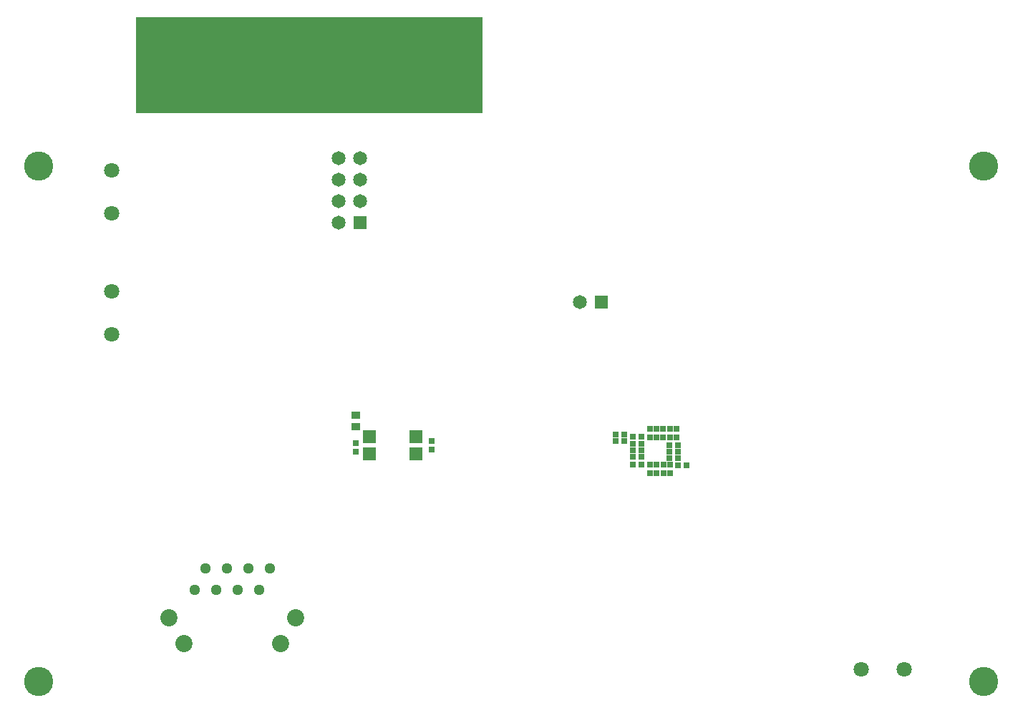
<source format=gbs>
G04*
G04 #@! TF.GenerationSoftware,Altium Limited,Altium Designer,21.5.1 (32)*
G04*
G04 Layer_Color=16711935*
%FSLAX25Y25*%
%MOIN*%
G70*
G04*
G04 #@! TF.SameCoordinates,BCF79640-EA3D-49D6-A79E-8819A8E14975*
G04*
G04*
G04 #@! TF.FilePolarity,Negative*
G04*
G01*
G75*
%ADD18R,1.61500X0.44500*%
%ADD19R,0.04134X0.03740*%
%ADD20R,0.02953X0.02559*%
%ADD22R,0.02559X0.02953*%
%ADD29R,0.06496X0.06102*%
%ADD42R,0.30891X0.40591*%
%ADD43R,0.02559X0.40591*%
%ADD44R,0.06496X0.06496*%
%ADD45C,0.06496*%
%ADD46C,0.07100*%
%ADD47C,0.07991*%
%ADD48C,0.05091*%
%ADD49R,0.06496X0.06496*%
%ADD50C,0.13591*%
D18*
X143500Y343500D02*
D03*
D19*
X165000Y175000D02*
D03*
Y180512D02*
D03*
D20*
X311000Y160500D02*
D03*
X314937D02*
D03*
X311032Y166500D02*
D03*
X314968D02*
D03*
X297969Y157500D02*
D03*
X294032D02*
D03*
X297969Y161000D02*
D03*
X294032D02*
D03*
X297969Y164000D02*
D03*
X294032D02*
D03*
X297969Y167000D02*
D03*
X294032D02*
D03*
X286000Y168500D02*
D03*
X289937D02*
D03*
X286063Y171500D02*
D03*
X290000D02*
D03*
X298000Y170500D02*
D03*
X294063D02*
D03*
X315032Y157000D02*
D03*
X318969D02*
D03*
X311032Y163500D02*
D03*
X314968D02*
D03*
D22*
X311500Y157468D02*
D03*
Y153532D02*
D03*
X302000Y170031D02*
D03*
Y173969D02*
D03*
X305000Y157500D02*
D03*
Y153563D02*
D03*
X302000Y157468D02*
D03*
Y153532D02*
D03*
X308500Y157500D02*
D03*
Y153563D02*
D03*
X308000Y170031D02*
D03*
Y173969D02*
D03*
X311500Y170031D02*
D03*
Y173969D02*
D03*
X305000Y170031D02*
D03*
Y173969D02*
D03*
X314500Y170031D02*
D03*
Y173969D02*
D03*
X200500Y168468D02*
D03*
Y164532D02*
D03*
X165000Y167469D02*
D03*
Y163531D02*
D03*
D29*
X171500Y162563D02*
D03*
Y170437D02*
D03*
X193000Y162500D02*
D03*
Y170374D02*
D03*
D42*
X129400Y341775D02*
D03*
X82100D02*
D03*
D43*
X220300D02*
D03*
X217150D02*
D03*
X214000D02*
D03*
X210850D02*
D03*
X207700D02*
D03*
X204550D02*
D03*
X201400D02*
D03*
X198250D02*
D03*
X191950D02*
D03*
X195100D02*
D03*
X188800D02*
D03*
X185650D02*
D03*
X182500D02*
D03*
X179350D02*
D03*
X176200D02*
D03*
X173050D02*
D03*
X169900D02*
D03*
X163600D02*
D03*
X160450D02*
D03*
X166750D02*
D03*
D44*
X167000Y270000D02*
D03*
D45*
X157000D02*
D03*
X167000Y280000D02*
D03*
X157000D02*
D03*
X167000Y290000D02*
D03*
X157000D02*
D03*
X167000Y300000D02*
D03*
X157000D02*
D03*
X269500Y233000D02*
D03*
D46*
X51500Y218000D02*
D03*
Y238000D02*
D03*
Y274500D02*
D03*
Y294500D02*
D03*
X400500Y62000D02*
D03*
X420500D02*
D03*
D47*
X130000Y74000D02*
D03*
X85000D02*
D03*
X137000Y86000D02*
D03*
X78000D02*
D03*
D48*
X125000Y109000D02*
D03*
X120000Y99000D02*
D03*
X115000Y109000D02*
D03*
X110000Y99000D02*
D03*
X105000Y109000D02*
D03*
X100000Y99000D02*
D03*
X90000D02*
D03*
X95000Y109000D02*
D03*
D49*
X279500Y233000D02*
D03*
D50*
X457550Y56450D02*
D03*
X17550D02*
D03*
X457550Y296450D02*
D03*
X17550D02*
D03*
M02*

</source>
